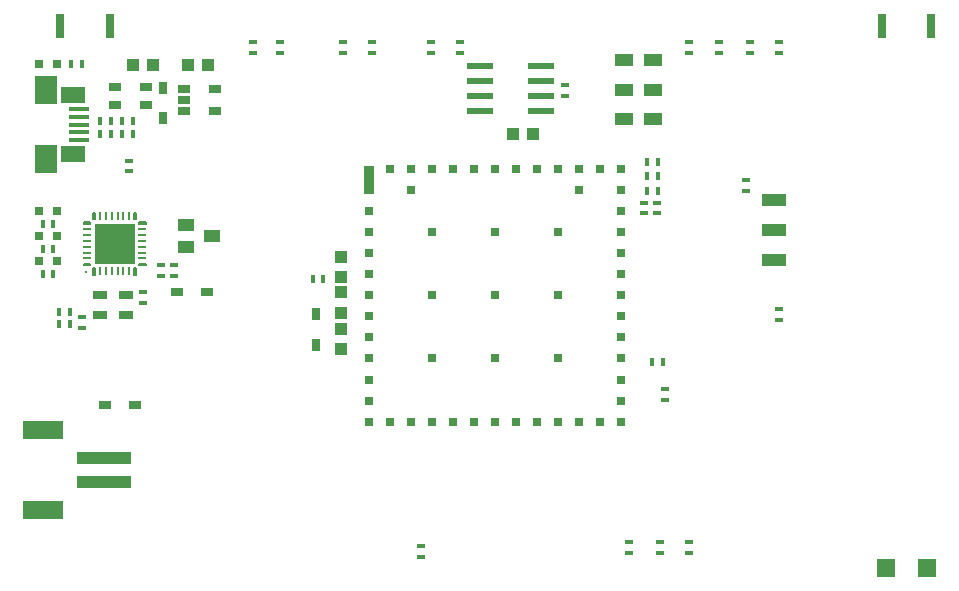
<source format=gtp>
G75*
%MOIN*%
%OFA0B0*%
%FSLAX25Y25*%
%IPPOS*%
%LPD*%
%AMOC8*
5,1,8,0,0,1.08239X$1,22.5*
%
%ADD10R,0.07874X0.04331*%
%ADD11R,0.04331X0.03937*%
%ADD12R,0.01800X0.03000*%
%ADD13R,0.03000X0.01800*%
%ADD14R,0.03819X0.09803*%
%ADD15R,0.02795X0.02795*%
%ADD16R,0.03937X0.04331*%
%ADD17R,0.03898X0.02717*%
%ADD18R,0.03150X0.03150*%
%ADD19R,0.03150X0.03937*%
%ADD20R,0.03150X0.07874*%
%ADD21C,0.00551*%
%ADD22R,0.01102X0.02756*%
%ADD23R,0.02756X0.01102*%
%ADD24R,0.13780X0.13780*%
%ADD25R,0.00984X0.00984*%
%ADD26R,0.05000X0.02500*%
%ADD27R,0.06693X0.01772*%
%ADD28R,0.08268X0.05807*%
%ADD29R,0.07480X0.09350*%
%ADD30R,0.03937X0.03150*%
%ADD31R,0.05512X0.03937*%
%ADD32R,0.05906X0.05906*%
%ADD33R,0.08661X0.02362*%
%ADD34R,0.18110X0.03937*%
%ADD35R,0.13386X0.06299*%
%ADD36R,0.06299X0.03937*%
D10*
X0279848Y0133561D03*
X0279848Y0143600D03*
X0279848Y0153639D03*
D11*
X0135648Y0134822D03*
X0135648Y0128129D03*
X0135598Y0122846D03*
X0135598Y0116154D03*
X0135548Y0110546D03*
X0135548Y0103854D03*
D12*
X0129648Y0127200D03*
X0126048Y0127200D03*
X0066048Y0175800D03*
X0062448Y0175800D03*
X0058848Y0175800D03*
X0055248Y0175800D03*
X0055248Y0180000D03*
X0058848Y0180000D03*
X0062448Y0180000D03*
X0066048Y0180000D03*
X0049248Y0199000D03*
X0045648Y0199000D03*
X0039648Y0145800D03*
X0036048Y0145800D03*
X0036048Y0137400D03*
X0039648Y0137400D03*
X0039648Y0129000D03*
X0036048Y0129000D03*
X0041448Y0116400D03*
X0045048Y0116400D03*
X0045048Y0112200D03*
X0041448Y0112200D03*
X0237648Y0156800D03*
X0241248Y0156800D03*
X0241248Y0161600D03*
X0237648Y0161600D03*
X0237648Y0166400D03*
X0241248Y0166400D03*
X0242698Y0099775D03*
X0239098Y0099775D03*
D13*
X0243648Y0090600D03*
X0243648Y0087000D03*
X0281448Y0113800D03*
X0281448Y0117400D03*
X0240711Y0149200D03*
X0236448Y0149200D03*
X0236448Y0152800D03*
X0240711Y0152800D03*
X0270448Y0156800D03*
X0270448Y0160400D03*
X0210048Y0188400D03*
X0210048Y0192000D03*
X0175248Y0202800D03*
X0175248Y0206400D03*
X0165648Y0206400D03*
X0165648Y0202800D03*
X0145848Y0202800D03*
X0145848Y0206400D03*
X0136248Y0206400D03*
X0136248Y0202800D03*
X0115248Y0202800D03*
X0115248Y0206400D03*
X0106248Y0206400D03*
X0106248Y0202800D03*
X0064848Y0166800D03*
X0064848Y0163200D03*
X0075648Y0132000D03*
X0075648Y0128400D03*
X0079848Y0128400D03*
X0079848Y0132000D03*
X0069648Y0123000D03*
X0069648Y0119400D03*
X0049248Y0114600D03*
X0049248Y0111000D03*
X0162203Y0038390D03*
X0162203Y0034790D03*
X0231648Y0036000D03*
X0231648Y0039600D03*
X0241848Y0039600D03*
X0241848Y0036000D03*
X0251448Y0036000D03*
X0251448Y0039600D03*
X0251448Y0202800D03*
X0251448Y0206400D03*
X0261648Y0206400D03*
X0261648Y0202800D03*
X0271848Y0202800D03*
X0271848Y0206400D03*
X0281448Y0206400D03*
X0281448Y0202800D03*
D14*
X0144848Y0160400D03*
D15*
X0151856Y0163904D03*
X0158864Y0163904D03*
X0165872Y0163904D03*
X0172879Y0163904D03*
X0179887Y0163904D03*
X0186895Y0163904D03*
X0193903Y0163904D03*
X0200911Y0163904D03*
X0207919Y0163904D03*
X0214927Y0163904D03*
X0221935Y0163904D03*
X0228942Y0163904D03*
X0228942Y0156896D03*
X0228942Y0149888D03*
X0228942Y0142880D03*
X0228942Y0135872D03*
X0228942Y0128865D03*
X0228942Y0121857D03*
X0228942Y0114849D03*
X0228942Y0107841D03*
X0228942Y0100833D03*
X0228942Y0093825D03*
X0228942Y0086817D03*
X0228942Y0079809D03*
X0221935Y0079809D03*
X0214927Y0079809D03*
X0207919Y0079809D03*
X0200911Y0079809D03*
X0193903Y0079809D03*
X0186895Y0079809D03*
X0179887Y0079809D03*
X0172879Y0079809D03*
X0165872Y0079809D03*
X0158864Y0079809D03*
X0151856Y0079809D03*
X0144848Y0079809D03*
X0144848Y0086817D03*
X0144848Y0093825D03*
X0144848Y0100833D03*
X0144848Y0107841D03*
X0144848Y0114849D03*
X0144848Y0121857D03*
X0144848Y0128865D03*
X0144848Y0135872D03*
X0144848Y0142880D03*
X0144848Y0149888D03*
X0158864Y0156896D03*
X0165872Y0142880D03*
X0186895Y0142880D03*
X0207919Y0142880D03*
X0214927Y0156896D03*
X0207919Y0121857D03*
X0186895Y0121857D03*
X0165872Y0121857D03*
X0165872Y0100833D03*
X0186895Y0100833D03*
X0207919Y0100833D03*
D16*
X0199594Y0175800D03*
X0192901Y0175800D03*
X0091294Y0198700D03*
X0084601Y0198700D03*
X0072994Y0198600D03*
X0066301Y0198600D03*
D17*
X0083269Y0190640D03*
X0083269Y0186900D03*
X0083269Y0183160D03*
X0093466Y0183160D03*
X0093466Y0190640D03*
D18*
X0040801Y0199000D03*
X0034895Y0199000D03*
X0034895Y0150000D03*
X0040801Y0150000D03*
X0040801Y0141600D03*
X0034895Y0141600D03*
X0034895Y0133200D03*
X0040801Y0133200D03*
D19*
X0076248Y0180882D03*
X0076248Y0191118D03*
X0127248Y0115518D03*
X0127248Y0105282D03*
D20*
X0058416Y0211800D03*
X0041880Y0211800D03*
X0315780Y0211800D03*
X0332316Y0211800D03*
D21*
X0070403Y0146266D02*
X0070403Y0145714D01*
X0068197Y0145714D01*
X0068197Y0146266D01*
X0070403Y0146266D01*
X0070403Y0146264D02*
X0068197Y0146264D01*
X0067214Y0147249D02*
X0067214Y0149455D01*
X0067214Y0147249D02*
X0066662Y0147249D01*
X0066662Y0149455D01*
X0067214Y0149455D01*
X0067214Y0147799D02*
X0066662Y0147799D01*
X0066662Y0148349D02*
X0067214Y0148349D01*
X0067214Y0148899D02*
X0066662Y0148899D01*
X0066662Y0149449D02*
X0067214Y0149449D01*
X0053434Y0149455D02*
X0053434Y0147249D01*
X0052882Y0147249D01*
X0052882Y0149455D01*
X0053434Y0149455D01*
X0053434Y0147799D02*
X0052882Y0147799D01*
X0052882Y0148349D02*
X0053434Y0148349D01*
X0053434Y0148899D02*
X0052882Y0148899D01*
X0052882Y0149449D02*
X0053434Y0149449D01*
X0051899Y0146266D02*
X0051899Y0145714D01*
X0049693Y0145714D01*
X0049693Y0146266D01*
X0051899Y0146266D01*
X0051899Y0146264D02*
X0049693Y0146264D01*
X0051899Y0132486D02*
X0051899Y0131934D01*
X0049693Y0131934D01*
X0049693Y0132486D01*
X0051899Y0132486D01*
X0051899Y0132484D02*
X0049693Y0132484D01*
X0053434Y0130951D02*
X0053434Y0128745D01*
X0052882Y0128745D01*
X0052882Y0130951D01*
X0053434Y0130951D01*
X0053434Y0129295D02*
X0052882Y0129295D01*
X0052882Y0129845D02*
X0053434Y0129845D01*
X0053434Y0130395D02*
X0052882Y0130395D01*
X0052882Y0130945D02*
X0053434Y0130945D01*
X0067214Y0130951D02*
X0067214Y0128745D01*
X0066662Y0128745D01*
X0066662Y0130951D01*
X0067214Y0130951D01*
X0067214Y0129295D02*
X0066662Y0129295D01*
X0066662Y0129845D02*
X0067214Y0129845D01*
X0067214Y0130395D02*
X0066662Y0130395D01*
X0066662Y0130945D02*
X0067214Y0130945D01*
X0070403Y0131934D02*
X0070403Y0132486D01*
X0070403Y0131934D02*
X0068197Y0131934D01*
X0068197Y0132486D01*
X0070403Y0132486D01*
X0070403Y0132484D02*
X0068197Y0132484D01*
D22*
X0064969Y0129848D03*
X0063001Y0129848D03*
X0061032Y0129848D03*
X0059064Y0129848D03*
X0057095Y0129848D03*
X0055127Y0129848D03*
X0055127Y0148352D03*
X0057095Y0148352D03*
X0059064Y0148352D03*
X0061032Y0148352D03*
X0063001Y0148352D03*
X0064969Y0148352D03*
D23*
X0069300Y0144021D03*
X0069300Y0142053D03*
X0069300Y0140084D03*
X0069300Y0138116D03*
X0069300Y0136147D03*
X0069300Y0134179D03*
X0050796Y0134179D03*
X0050796Y0136147D03*
X0050796Y0138116D03*
X0050796Y0140084D03*
X0050796Y0142053D03*
X0050796Y0144021D03*
D24*
X0060048Y0139100D03*
D25*
X0050540Y0129592D03*
D26*
X0055148Y0121900D03*
X0063748Y0121900D03*
X0063748Y0115300D03*
X0055148Y0115300D03*
D27*
X0048272Y0173682D03*
X0048272Y0176241D03*
X0048272Y0178800D03*
X0048272Y0181359D03*
X0048272Y0183918D03*
D28*
X0046303Y0188643D03*
X0046303Y0168957D03*
D29*
X0037248Y0167186D03*
X0037248Y0190414D03*
D30*
X0060330Y0191400D03*
X0060330Y0185400D03*
X0070566Y0185400D03*
X0070566Y0191400D03*
X0080730Y0123000D03*
X0090966Y0123000D03*
X0066966Y0085200D03*
X0056730Y0085200D03*
D31*
X0083917Y0137860D03*
X0092579Y0141600D03*
X0083917Y0145340D03*
D32*
X0317158Y0030975D03*
X0330938Y0030975D03*
D33*
X0202284Y0183300D03*
X0202284Y0188300D03*
X0202284Y0193300D03*
X0202284Y0198300D03*
X0181812Y0198300D03*
X0181812Y0193300D03*
X0181812Y0188300D03*
X0181812Y0183300D03*
D34*
X0056615Y0067537D03*
X0056615Y0059663D03*
D35*
X0036142Y0050214D03*
X0036142Y0076986D03*
D36*
X0229999Y0180600D03*
X0239448Y0180600D03*
X0239448Y0190443D03*
X0229999Y0190443D03*
X0229999Y0200285D03*
X0239448Y0200285D03*
M02*

</source>
